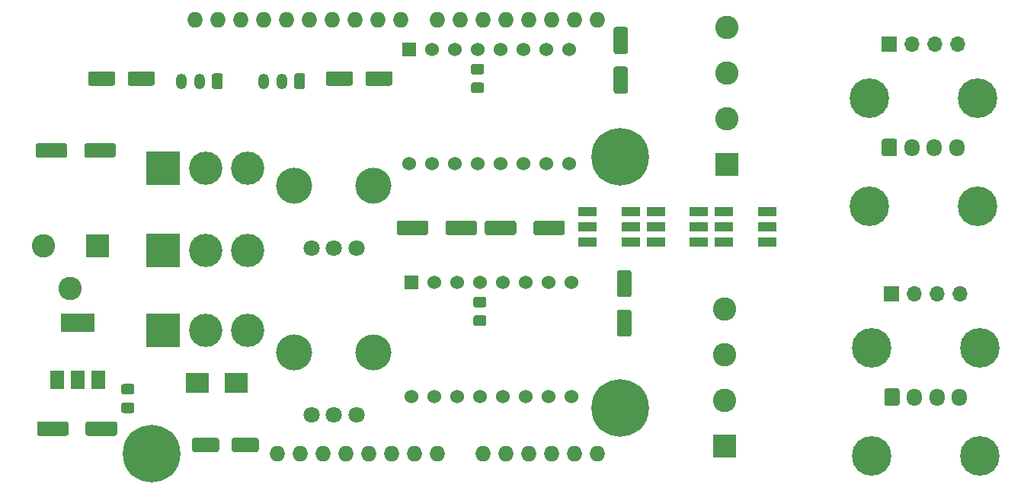
<source format=gts>
%MOIN*%
%OFA0B0*%
%FSLAX46Y46*%
%IPPOS*%
%LPD*%
%ADD10C,0.17322834645669294*%
%ADD11C,0.027559055118110236*%
%ADD12O,0.066929133858267723X0.076771653543307089*%
%ADD13R,0.066929133858267723X0.066929133858267723*%
%ADD14O,0.066929133858267723X0.066929133858267723*%
%ADD25O,0.068X0.068*%
%ADD26C,0.12598425196850396*%
%ADD27R,0.060000000000000005X0.060000000000000005*%
%ADD28C,0.060000000000000005*%
%ADD29C,0.031496062992125991*%
%ADD30C,0.25196850393700793*%
%ADD31C,0.10236220472440946*%
%ADD32R,0.10236220472440946X0.10236220472440946*%
%ADD33O,0.047244094488188976X0.068897637795275593*%
%ADD34R,0.07874015748031496X0.043307086614173235*%
%ADD35C,0.070866141732283464*%
%ADD36C,0.15748031496062992*%
%ADD37C,0.1456692913385827*%
%ADD38R,0.1456692913385827X0.1456692913385827*%
%ADD39R,0.14960629921259844X0.07874015748031496*%
%ADD40R,0.059055118110236227X0.07874015748031496*%
%ADD41R,0.0984251968503937X0.0905511811023622*%
%ADD42C,0.17322834645669294*%
%ADD43C,0.027559055118110236*%
%ADD44O,0.066929133858267723X0.076771653543307089*%
%ADD45R,0.066929133858267723X0.066929133858267723*%
%ADD46O,0.066929133858267723X0.066929133858267723*%
G01*
D10*
X0000247173Y0004419291D02*
X0003947960Y0000629921D03*
D11*
X0004012921Y0000629921D03*
X0003993894Y0000583987D03*
X0003947960Y0000564960D03*
X0003902026Y0000583987D03*
X0003883000Y0000629921D03*
X0003902026Y0000675855D03*
X0003947960Y0000694881D03*
X0003993894Y0000675855D03*
X0004466335Y0000675855D03*
X0004420401Y0000694881D03*
X0004374467Y0000675855D03*
X0004355440Y0000629921D03*
X0004374467Y0000583987D03*
X0004420401Y0000564960D03*
X0004466335Y0000583987D03*
X0004485362Y0000629921D03*
D10*
X0004420401Y0000629921D03*
X0003947960Y0000157480D03*
D11*
X0004012921Y0000157480D03*
X0003993894Y0000111546D03*
X0003947960Y0000092519D03*
X0003902026Y0000111546D03*
X0003883000Y0000157480D03*
X0003902026Y0000203414D03*
X0003947960Y0000222440D03*
X0003993894Y0000203414D03*
X0004466335Y0000203414D03*
X0004420401Y0000222440D03*
X0004374467Y0000203414D03*
X0004355440Y0000157480D03*
X0004374467Y0000111546D03*
X0004420401Y0000092519D03*
X0004466335Y0000111546D03*
X0004485362Y0000157480D03*
D10*
X0004420401Y0000157480D03*
G36*
G01*
X0004002708Y0000385748D02*
X0004002708Y0000442834D01*
G75*
G02*
X0004012551Y0000452677I0000009842D01*
G01*
X0004059795Y0000452677D01*
G75*
G02*
X0004069637Y0000442834J-0000009842D01*
G01*
X0004069637Y0000385748D01*
G75*
G02*
X0004059795Y0000375905I-0000009842D01*
G01*
X0004012551Y0000375905D01*
G75*
G02*
X0004002708Y0000385748J0000009842D01*
G01*
G37*
D12*
X0004134598Y0000414291D03*
X0004233023Y0000414291D03*
X0004331448Y0000414291D03*
D13*
X0004034204Y0000866291D03*
D14*
X0004134204Y0000866291D03*
X0004234204Y0000866291D03*
X0004334204Y0000866291D03*
G04 next file*
G04 #@! TF.GenerationSoftware,KiCad,Pcbnew,5.1.9-73d0e3b20d~88~ubuntu18.04.1*
G04 #@! TF.CreationDate,2021-02-15T13:27:50-05:00*
G04 #@! TF.ProjectId,driver,64726976-6572-42e6-9b69-6361645f7063,v1.0.0*
G04 #@! TF.SameCoordinates,Original*
G04 #@! TF.FileFunction,Soldermask,Top*
G04 #@! TF.FilePolarity,Negative*
G04 Gerber Fmt 4.6, Leading zero omitted, Abs format (unit mm)*
G04 Created by KiCad (PCBNEW 5.1.9-73d0e3b20d~88~ubuntu18.04.1) date 2021-02-15 13:27:50*
G01*
G04 APERTURE LIST*
G04 APERTURE END LIST*
D25*
X-0004007000Y0005095319D02*
X0002745952Y0000167366D03*
X0002645952Y0000167366D03*
X0002545952Y0000167366D03*
X0002445952Y0000167366D03*
X0002345952Y0000167366D03*
X0001345952Y0000167366D03*
X0001585952Y0002067366D03*
X0001485952Y0002067366D03*
X0001385952Y0002067366D03*
X0001185952Y0002067366D03*
X0001085952Y0002067366D03*
X0000985952Y0002067366D03*
D26*
X0000795952Y0000167366D03*
X0002845952Y0001467366D03*
X0002845952Y0000367366D03*
D25*
X0001685952Y0002067366D03*
X0001785952Y0002067366D03*
X0001885952Y0002067366D03*
X0001285952Y0002067366D03*
X0002045952Y0002067366D03*
X0002145952Y0002067366D03*
X0002245952Y0002067366D03*
X0002345952Y0002067366D03*
X0002445952Y0002067366D03*
X0002545952Y0002067366D03*
X0002645952Y0002067366D03*
X0002745952Y0002067366D03*
X0001445952Y0000167366D03*
X0001545952Y0000167366D03*
X0001645952Y0000167366D03*
X0001745952Y0000167366D03*
X0001845952Y0000167366D03*
X0001945952Y0000167366D03*
X0002045952Y0000167366D03*
X0002245952Y0000167366D03*
D27*
X0001933000Y0000915319D03*
D28*
X0002033000Y0000915319D03*
X0002132999Y0000915319D03*
X0002233000Y0000915319D03*
X0002333000Y0000915319D03*
X0002432999Y0000915319D03*
X0002533000Y0000915319D03*
X0002633000Y0000915319D03*
X0002633000Y0000415319D03*
X0002533000Y0000415319D03*
X0002432999Y0000415319D03*
X0002333000Y0000415319D03*
X0002233000Y0000415319D03*
X0002132999Y0000415319D03*
X0002033000Y0000415319D03*
X0001933000Y0000415319D03*
X0001923000Y0001435319D03*
X0002023000Y0001435319D03*
X0002123000Y0001435319D03*
X0002222999Y0001435319D03*
X0002323000Y0001435319D03*
X0002423000Y0001435319D03*
X0002522999Y0001435319D03*
X0002622999Y0001435319D03*
X0002622999Y0001935319D03*
X0002522999Y0001935319D03*
X0002423000Y0001935319D03*
X0002323000Y0001935319D03*
X0002222999Y0001935319D03*
X0002123000Y0001935319D03*
X0002023000Y0001935319D03*
D27*
X0001923000Y0001935319D03*
G36*
G01*
X0001559338Y0001787665D02*
X0001559338Y0001830972D01*
G75*
G02*
X0001569181Y0001840815I0000009842D01*
G01*
X0001667606Y0001840815D01*
G75*
G02*
X0001677448Y0001830972J-0000009842D01*
G01*
X0001677448Y0001787665D01*
G75*
G02*
X0001667606Y0001777823I-0000009842D01*
G01*
X0001569181Y0001777823D01*
G75*
G02*
X0001559338Y0001787665J0000009842D01*
G01*
G37*
G36*
G01*
X0001732566Y0001787665D02*
X0001732566Y0001830972D01*
G75*
G02*
X0001742409Y0001840815I0000009842D01*
G01*
X0001840834Y0001840815D01*
G75*
G02*
X0001850677Y0001830972J-0000009842D01*
G01*
X0001850677Y0001787665D01*
G75*
G02*
X0001840834Y0001777823I-0000009842D01*
G01*
X0001742409Y0001777823D01*
G75*
G02*
X0001732566Y0001787665J0000009842D01*
G01*
G37*
G36*
G01*
X0000637448Y0001830972D02*
X0000637448Y0001787665D01*
G75*
G02*
X0000627606Y0001777823I-0000009842D01*
G01*
X0000529181Y0001777823D01*
G75*
G02*
X0000519338Y0001787665J0000009842D01*
G01*
X0000519338Y0001830972D01*
G75*
G02*
X0000529181Y0001840815I0000009842D01*
G01*
X0000627606Y0001840815D01*
G75*
G02*
X0000637448Y0001830972J-0000009842D01*
G01*
G37*
G36*
G01*
X0000810677Y0001830972D02*
X0000810677Y0001787665D01*
G75*
G02*
X0000800834Y0001777823I-0000009842D01*
G01*
X0000702409Y0001777823D01*
G75*
G02*
X0000692566Y0001787665J0000009842D01*
G01*
X0000692566Y0001830972D01*
G75*
G02*
X0000702409Y0001840815I0000009842D01*
G01*
X0000800834Y0001840815D01*
G75*
G02*
X0000810677Y0001830972J-0000009842D01*
G01*
G37*
G36*
G01*
X0000646188Y0000297956D02*
X0000646188Y0000254649D01*
G75*
G02*
X0000636346Y0000244807I-0000009842D01*
G01*
X0000518236Y0000244807D01*
G75*
G02*
X0000508393Y0000254649J0000009842D01*
G01*
X0000508393Y0000297956D01*
G75*
G02*
X0000518236Y0000307799I0000009842D01*
G01*
X0000636346Y0000307799D01*
G75*
G02*
X0000646188Y0000297956J-0000009842D01*
G01*
G37*
G36*
G01*
X0000433590Y0000297956D02*
X0000433590Y0000254649D01*
G75*
G02*
X0000423747Y0000244807I-0000009842D01*
G01*
X0000305637Y0000244807D01*
G75*
G02*
X0000295795Y0000254649J0000009842D01*
G01*
X0000295795Y0000297956D01*
G75*
G02*
X0000305637Y0000307799I0000009842D01*
G01*
X0000423747Y0000307799D01*
G75*
G02*
X0000433590Y0000297956J-0000009842D01*
G01*
G37*
G36*
G01*
X0000974338Y0000182681D02*
X0000974338Y0000225988D01*
G75*
G02*
X0000984181Y0000235830I0000009842D01*
G01*
X0001082606Y0000235830D01*
G75*
G02*
X0001092448Y0000225988J-0000009842D01*
G01*
X0001092448Y0000182681D01*
G75*
G02*
X0001082606Y0000172838I-0000009842D01*
G01*
X0000984181Y0000172838D01*
G75*
G02*
X0000974338Y0000182681J0000009842D01*
G01*
G37*
G36*
G01*
X0001147566Y0000182681D02*
X0001147566Y0000225988D01*
G75*
G02*
X0001157409Y0000235830I0000009842D01*
G01*
X0001255834Y0000235830D01*
G75*
G02*
X0001265677Y0000225988J-0000009842D01*
G01*
X0001265677Y0000182681D01*
G75*
G02*
X0001255834Y0000172838I-0000009842D01*
G01*
X0001157409Y0000172838D01*
G75*
G02*
X0001147566Y0000182681J0000009842D01*
G01*
G37*
G36*
G01*
X0002467409Y0001133665D02*
X0002467409Y0001176972D01*
G75*
G02*
X0002477251Y0001186815I0000009842D01*
G01*
X0002595362Y0001186815D01*
G75*
G02*
X0002605204Y0001176972J-0000009842D01*
G01*
X0002605204Y0001133665D01*
G75*
G02*
X0002595362Y0001123823I-0000009842D01*
G01*
X0002477251Y0001123823D01*
G75*
G02*
X0002467409Y0001133665J0000009842D01*
G01*
G37*
G36*
G01*
X0002254811Y0001133665D02*
X0002254811Y0001176972D01*
G75*
G02*
X0002264653Y0001186815I0000009842D01*
G01*
X0002382763Y0001186815D01*
G75*
G02*
X0002392606Y0001176972J-0000009842D01*
G01*
X0002392606Y0001133665D01*
G75*
G02*
X0002382763Y0001123823I-0000009842D01*
G01*
X0002264653Y0001123823D01*
G75*
G02*
X0002254811Y0001133665J0000009842D01*
G01*
G37*
G36*
G01*
X0001869810Y0001133665D02*
X0001869810Y0001176972D01*
G75*
G02*
X0001879653Y0001186815I0000009842D01*
G01*
X0001997763Y0001186815D01*
G75*
G02*
X0002007606Y0001176972J-0000009842D01*
G01*
X0002007606Y0001133665D01*
G75*
G02*
X0001997763Y0001123823I-0000009842D01*
G01*
X0001879653Y0001123823D01*
G75*
G02*
X0001869810Y0001133665J0000009842D01*
G01*
G37*
G36*
G01*
X0002082409Y0001133665D02*
X0002082409Y0001176972D01*
G75*
G02*
X0002092251Y0001186815I0000009842D01*
G01*
X0002210362Y0001186815D01*
G75*
G02*
X0002220204Y0001176972J-0000009842D01*
G01*
X0002220204Y0001133665D01*
G75*
G02*
X0002210362Y0001123823I-0000009842D01*
G01*
X0002092251Y0001123823D01*
G75*
G02*
X0002082409Y0001133665J0000009842D01*
G01*
G37*
D29*
X0002912765Y0001534179D03*
X0002845952Y0001561854D03*
X0002779139Y0001534179D03*
X0002751464Y0001467366D03*
X0002779139Y0001400553D03*
X0002845952Y0001372878D03*
X0002912765Y0001400553D03*
X0002940440Y0001467366D03*
D30*
X0002845952Y0001467366D03*
X0000795952Y0000167366D03*
D29*
X0000890440Y0000167366D03*
X0000862765Y0000100553D03*
X0000795952Y0000072878D03*
X0000729139Y0000100553D03*
X0000701464Y0000167366D03*
X0000729139Y0000234179D03*
X0000795952Y0000261854D03*
X0000862765Y0000234179D03*
X0002912765Y0000434179D03*
X0002845952Y0000461854D03*
X0002779139Y0000434179D03*
X0002751464Y0000367366D03*
X0002779139Y0000300553D03*
X0002845952Y0000272878D03*
X0002912765Y0000300553D03*
X0002940440Y0000367366D03*
D30*
X0002845952Y0000367366D03*
D31*
X0003315007Y0002034319D03*
X0003315007Y0001834319D03*
X0003315007Y0001634319D03*
D32*
X0003315007Y0001434319D03*
X0003305007Y0000199334D03*
D31*
X0003305007Y0000399334D03*
X0003305007Y0000599334D03*
X0003305007Y0000799334D03*
D33*
X0001287527Y0001797665D03*
X0001366267Y0001797665D03*
G36*
G01*
X0001468629Y0001822271D02*
X0001468629Y0001773059D01*
G75*
G02*
X0001458787Y0001763216I-0000009842D01*
G01*
X0001431228Y0001763216D01*
G75*
G02*
X0001421385Y0001773059J0000009842D01*
G01*
X0001421385Y0001822271D01*
G75*
G02*
X0001431228Y0001832114I0000009842D01*
G01*
X0001458787Y0001832114D01*
G75*
G02*
X0001468629Y0001822271J-0000009842D01*
G01*
G37*
G36*
G01*
X0001108157Y0001822271D02*
X0001108157Y0001773059D01*
G75*
G02*
X0001098315Y0001763216I-0000009842D01*
G01*
X0001070755Y0001763216D01*
G75*
G02*
X0001060913Y0001773059J0000009842D01*
G01*
X0001060913Y0001822271D01*
G75*
G02*
X0001070755Y0001832114I0000009842D01*
G01*
X0001098315Y0001832114D01*
G75*
G02*
X0001108157Y0001822271J-0000009842D01*
G01*
G37*
X0001005795Y0001797665D03*
X0000927055Y0001797665D03*
D32*
X0000559220Y0001075319D03*
D31*
X0000323000Y0001075319D03*
X0000441110Y0000890279D03*
D34*
X0002705519Y0001226248D03*
X0002705519Y0001159319D03*
X0002705519Y0001092390D03*
X0002894496Y0001092390D03*
X0002894496Y0001159319D03*
X0002894496Y0001226248D03*
X0003191976Y0001226248D03*
X0003191976Y0001159319D03*
X0003191976Y0001092390D03*
X0003003000Y0001092390D03*
X0003003000Y0001159319D03*
X0003003000Y0001226248D03*
X0003300519Y0001226248D03*
X0003300519Y0001159319D03*
X0003300519Y0001092390D03*
X0003489496Y0001092390D03*
X0003489496Y0001159319D03*
X0003489496Y0001226248D03*
G36*
G01*
X0002241700Y0001745496D02*
X0002204299Y0001745496D01*
G75*
G02*
X0002194456Y0001755338J0000009842D01*
G01*
X0002194456Y0001781913D01*
G75*
G02*
X0002204299Y0001791756I0000009842D01*
G01*
X0002241700Y0001791756D01*
G75*
G02*
X0002251543Y0001781913J-0000009842D01*
G01*
X0002251543Y0001755338D01*
G75*
G02*
X0002241700Y0001745496I-0000009842D01*
G01*
G37*
G36*
G01*
X0002241700Y0001827189D02*
X0002204299Y0001827189D01*
G75*
G02*
X0002194456Y0001837031J0000009842D01*
G01*
X0002194456Y0001863606D01*
G75*
G02*
X0002204299Y0001873449I0000009842D01*
G01*
X0002241700Y0001873449D01*
G75*
G02*
X0002251543Y0001863606J-0000009842D01*
G01*
X0002251543Y0001837031D01*
G75*
G02*
X0002241700Y0001827189I-0000009842D01*
G01*
G37*
G36*
G01*
X0002251700Y0000807208D02*
X0002214299Y0000807208D01*
G75*
G02*
X0002204456Y0000817051J0000009842D01*
G01*
X0002204456Y0000843626D01*
G75*
G02*
X0002214299Y0000853468I0000009842D01*
G01*
X0002251700Y0000853468D01*
G75*
G02*
X0002261543Y0000843626J-0000009842D01*
G01*
X0002261543Y0000817051D01*
G75*
G02*
X0002251700Y0000807208I-0000009842D01*
G01*
G37*
G36*
G01*
X0002251700Y0000725515D02*
X0002214299Y0000725515D01*
G75*
G02*
X0002204456Y0000735358J0000009842D01*
G01*
X0002204456Y0000761933D01*
G75*
G02*
X0002214299Y0000771775I0000009842D01*
G01*
X0002251700Y0000771775D01*
G75*
G02*
X0002261543Y0000761933J-0000009842D01*
G01*
X0002261543Y0000735358D01*
G75*
G02*
X0002251700Y0000725515I-0000009842D01*
G01*
G37*
D35*
X0001496149Y0000335319D03*
X0001594574Y0000335319D03*
X0001693000Y0000335319D03*
D36*
X0001421346Y0000610909D03*
X0001767803Y0000610909D03*
X0001767803Y0001340909D03*
X0001421346Y0001340909D03*
D35*
X0001693000Y0001065319D03*
X0001594574Y0001065319D03*
X0001496149Y0001065319D03*
D37*
X0001032999Y0000705319D03*
D38*
X0000847960Y0000705319D03*
D37*
X0001218039Y0000705319D03*
X0001218039Y0001055319D03*
D38*
X0000847960Y0001055319D03*
D37*
X0001032999Y0001055319D03*
X0001032999Y0001415319D03*
D38*
X0000847960Y0001415319D03*
D37*
X0001218039Y0001415319D03*
D39*
X0000473000Y0000739334D03*
D40*
X0000473000Y0000491303D03*
X0000563551Y0000491303D03*
X0000382448Y0000491303D03*
G36*
G01*
X0000674299Y0000472130D02*
X0000711700Y0000472130D01*
G75*
G02*
X0000721543Y0000462287J-0000009842D01*
G01*
X0000721543Y0000435712D01*
G75*
G02*
X0000711700Y0000425870I-0000009842D01*
G01*
X0000674299Y0000425870D01*
G75*
G02*
X0000664456Y0000435712J0000009842D01*
G01*
X0000664456Y0000462287D01*
G75*
G02*
X0000674299Y0000472130I0000009842D01*
G01*
G37*
G36*
G01*
X0000674299Y0000390437D02*
X0000711700Y0000390437D01*
G75*
G02*
X0000721543Y0000380594J-0000009842D01*
G01*
X0000721543Y0000354019D01*
G75*
G02*
X0000711700Y0000344177I-0000009842D01*
G01*
X0000674299Y0000344177D01*
G75*
G02*
X0000664456Y0000354019J0000009842D01*
G01*
X0000664456Y0000380594D01*
G75*
G02*
X0000674299Y0000390437I0000009842D01*
G01*
G37*
D41*
X0000998354Y0000475319D03*
X0001167645Y0000475319D03*
G36*
G01*
X0000640204Y0001515972D02*
X0000640204Y0001472665D01*
G75*
G02*
X0000630362Y0001462823I-0000009842D01*
G01*
X0000512251Y0001462823D01*
G75*
G02*
X0000502409Y0001472665J0000009842D01*
G01*
X0000502409Y0001515972D01*
G75*
G02*
X0000512251Y0001525815I0000009842D01*
G01*
X0000630362Y0001525815D01*
G75*
G02*
X0000640204Y0001515972J-0000009842D01*
G01*
G37*
G36*
G01*
X0000427606Y0001515972D02*
X0000427606Y0001472665D01*
G75*
G02*
X0000417763Y0001462823I-0000009842D01*
G01*
X0000299653Y0001462823D01*
G75*
G02*
X0000289810Y0001472665J0000009842D01*
G01*
X0000289810Y0001515972D01*
G75*
G02*
X0000299653Y0001525815I0000009842D01*
G01*
X0000417763Y0001525815D01*
G75*
G02*
X0000427606Y0001515972J-0000009842D01*
G01*
G37*
G36*
G01*
X0002871661Y0001743649D02*
X0002828354Y0001743649D01*
G75*
G02*
X0002818511Y0001753492J0000009842D01*
G01*
X0002818511Y0001851917D01*
G75*
G02*
X0002828354Y0001861760I0000009842D01*
G01*
X0002871661Y0001861760D01*
G75*
G02*
X0002881503Y0001851917J-0000009842D01*
G01*
X0002881503Y0001753492D01*
G75*
G02*
X0002871661Y0001743649I-0000009842D01*
G01*
G37*
G36*
G01*
X0002871661Y0001916878D02*
X0002828354Y0001916878D01*
G75*
G02*
X0002818511Y0001926720J0000009842D01*
G01*
X0002818511Y0002025145D01*
G75*
G02*
X0002828354Y0002034988I0000009842D01*
G01*
X0002871661Y0002034988D01*
G75*
G02*
X0002881503Y0002025145J-0000009842D01*
G01*
X0002881503Y0001926720D01*
G75*
G02*
X0002871661Y0001916878I-0000009842D01*
G01*
G37*
G36*
G01*
X0002886661Y0000851893D02*
X0002843354Y0000851893D01*
G75*
G02*
X0002833511Y0000861736J0000009842D01*
G01*
X0002833511Y0000960161D01*
G75*
G02*
X0002843354Y0000970004I0000009842D01*
G01*
X0002886661Y0000970004D01*
G75*
G02*
X0002896503Y0000960161J-0000009842D01*
G01*
X0002896503Y0000861736D01*
G75*
G02*
X0002886661Y0000851893I-0000009842D01*
G01*
G37*
G36*
G01*
X0002886661Y0000678665D02*
X0002843354Y0000678665D01*
G75*
G02*
X0002833511Y0000688508J0000009842D01*
G01*
X0002833511Y0000786933D01*
G75*
G02*
X0002843354Y0000796775I0000009842D01*
G01*
X0002886661Y0000796775D01*
G75*
G02*
X0002896503Y0000786933J-0000009842D01*
G01*
X0002896503Y0000688508D01*
G75*
G02*
X0002886661Y0000678665I-0000009842D01*
G01*
G37*
G04 next file*
G04 #@! TF.GenerationSoftware,KiCad,Pcbnew,5.1.9-73d0e3b20d~88~ubuntu18.04.1*
G04 #@! TF.CreationDate,2021-02-15T13:14:34-05:00*
G04 #@! TF.ProjectId,connector,636f6e6e-6563-4746-9f72-2e6b69636164,v1.0.0*
G04 #@! TF.SameCoordinates,Original*
G04 #@! TF.FileFunction,Soldermask,Top*
G04 #@! TF.FilePolarity,Negative*
G04 Gerber Fmt 4.6, Leading zero omitted, Abs format (unit mm)*
G04 Created by KiCad (PCBNEW 5.1.9-73d0e3b20d~88~ubuntu18.04.1) date 2021-02-15 13:14:34*
G01*
G04 APERTURE LIST*
G04 APERTURE END LIST*
D42*
X0000236220Y0005511811D02*
X0003937007Y0001722440D03*
D43*
X0004001968Y0001722440D03*
X0003982941Y0001676506D03*
X0003937007Y0001657480D03*
X0003891073Y0001676506D03*
X0003872047Y0001722440D03*
X0003891073Y0001768375D03*
X0003937007Y0001787401D03*
X0003982941Y0001768375D03*
X0004455382Y0001768375D03*
X0004409448Y0001787401D03*
X0004363514Y0001768375D03*
X0004344488Y0001722440D03*
X0004363514Y0001676506D03*
X0004409448Y0001657480D03*
X0004455382Y0001676506D03*
X0004474409Y0001722440D03*
D42*
X0004409448Y0001722440D03*
X0003937007Y0001250000D03*
D43*
X0004001968Y0001250000D03*
X0003982941Y0001204065D03*
X0003937007Y0001185039D03*
X0003891073Y0001204065D03*
X0003872047Y0001250000D03*
X0003891073Y0001295934D03*
X0003937007Y0001314960D03*
X0003982941Y0001295934D03*
X0004455382Y0001295934D03*
X0004409448Y0001314960D03*
X0004363514Y0001295934D03*
X0004344488Y0001250000D03*
X0004363514Y0001204065D03*
X0004409448Y0001185039D03*
X0004455382Y0001204065D03*
X0004474409Y0001250000D03*
D42*
X0004409448Y0001250000D03*
G36*
G01*
X0003991755Y0001478267D02*
X0003991755Y0001535354D01*
G75*
G02*
X0004001598Y0001545196I0000009842D01*
G01*
X0004048842Y0001545196D01*
G75*
G02*
X0004058685Y0001535354J-0000009842D01*
G01*
X0004058685Y0001478267D01*
G75*
G02*
X0004048842Y0001468425I-0000009842D01*
G01*
X0004001598Y0001468425D01*
G75*
G02*
X0003991755Y0001478267J0000009842D01*
G01*
G37*
D44*
X0004123645Y0001506810D03*
X0004222070Y0001506810D03*
X0004320496Y0001506810D03*
D45*
X0004023251Y0001958811D03*
D46*
X0004123251Y0001958811D03*
X0004223251Y0001958811D03*
X0004323251Y0001958811D03*
M02*
</source>
